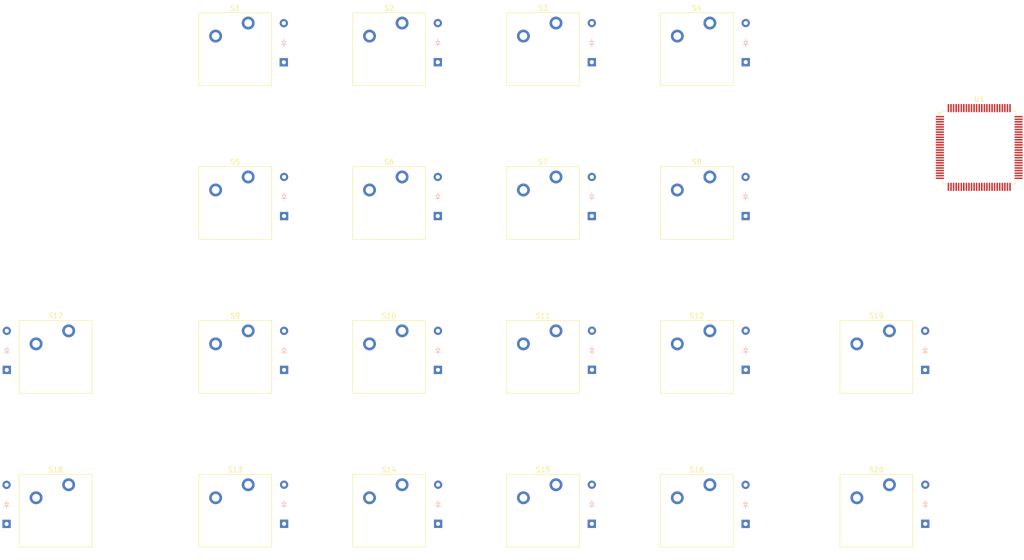
<source format=kicad_pcb>
(kicad_pcb (version 20240108) (generator "pcbnew") (generator_version "8.0")
  (layers (0 "F.Cu" signal) (31 "B.Cu" signal) (34 "B.Paste" user) (35 "F.Paste" user) (36 "B.SilkS" user "B.Silkscreen") (37 "F.SilkS" user "F.Silkscreen") (38 "B.Mask" user) (39 "F.Mask" user) (44 "Edge.Cuts" user))
  (net 0 "")
  (net 1 "Net-(D1-A)")
  (net 2 "Row 1")
  (net 3 "Net-(D2-A)")
  (net 4 "Net-(D3-A)")
  (net 5 "Net-(D4-A)")
  (net 6 "Row 2")
  (net 7 "Net-(D5-A)")
  (net 8 "Net-(D6-A)")
  (net 9 "Net-(D7-A)")
  (net 10 "Net-(D8-A)")
  (net 11 "Net-(D9-A)")
  (net 12 "Row 3")
  (net 13 "Net-(D10-A)")
  (net 14 "Net-(D11-A)")
  (net 15 "Net-(D12-A)")
  (net 16 "Row 4")
  (net 17 "Net-(D13-A)")
  (net 18 "Net-(D14-A)")
  (net 19 "Net-(D15-A)")
  (net 20 "Net-(D16-A)")
  (net 21 "Col 1")
  (net 22 "Net-(D17-A)")
  (net 23 "Net-(D18-A)")
  (net 24 "Net-(D19-A)")
  (net 25 "Net-(D20-A)")
  (net 26 "Net-(S1-Pad1)")
  (net 27 "Net-(S10-Pad1)")
  (net 28 "Net-(S11-Pad1)")
  (net 29 "Net-(S12-Pad1)")
  (net 70 "Net-(U1-VSS-Pad10)")
  (footprint "Package_QFP:LQFP-100_14x14mm_P0.5mm" (layer "F.Cu") (at 245.7492 67.6122)
    (property "Reference" "U1" (at 0 -9.42 0) (layer "F.SilkS"))
    (property "Value" "STM32H753VITx")
    (fp_line (start -7.11 -7.11) (end -7.11 -6.41) (stroke (width 0.12)) (layer "F.SilkS"))
    (fp_line (start -7.11 7.11) (end -7.11 6.41) (stroke (width 0.12)) (layer "F.SilkS"))
    (fp_line (start -6.41 -7.11) (end -7.11 -7.11) (stroke (width 0.12)) (layer "F.SilkS"))
    (fp_line (start -6.41 7.11) (end -7.11 7.11) (stroke (width 0.12)) (layer "F.SilkS"))
    (fp_line (start 6.41 -7.11) (end 7.11 -7.11) (stroke (width 0.12)) (layer "F.SilkS"))
    (fp_line (start 6.41 7.11) (end 7.11 7.11) (stroke (width 0.12)) (layer "F.SilkS"))
    (fp_line (start 7.11 -7.11) (end 7.11 -6.41) (stroke (width 0.12)) (layer "F.SilkS"))
    (fp_line (start 7.11 7.11) (end 7.11 6.41) (stroke (width 0.12)) (layer "F.SilkS"))
    (fp_poly (pts (xy -7.7375 -6.41) (xy -8.0775 -6.88) (xy -7.3975 -6.88) (xy -7.7375 -6.41)) (stroke (width 0.12)) (fill solid) (layer "F.SilkS"))
    (pad "1" smd roundrect (at -7.675 -6) (size 1.6 0.3) (layers "F.Cu" "F.Paste" "F.Mask"))
    (pad "2" smd roundrect (at -7.675 -5.5) (size 1.6 0.3) (layers "F.Cu" "F.Paste" "F.Mask"))
    (pad "3" smd roundrect (at -7.675 -5) (size 1.6 0.3) (layers "F.Cu" "F.Paste" "F.Mask"))
    (pad "4" smd roundrect (at -7.675 -4.5) (size 1.6 0.3) (layers "F.Cu" "F.Paste" "F.Mask"))
    (pad "5" smd roundrect (at -7.675 -4) (size 1.6 0.3) (layers "F.Cu" "F.Paste" "F.Mask"))
    (pad "6" smd roundrect (at -7.675 -3.5) (size 1.6 0.3) (layers "F.Cu" "F.Paste" "F.Mask"))
    (pad "7" smd roundrect (at -7.675 -3) (size 1.6 0.3) (layers "F.Cu" "F.Paste" "F.Mask"))
    (pad "8" smd roundrect (at -7.675 -2.5) (size 1.6 0.3) (layers "F.Cu" "F.Paste" "F.Mask"))
    (pad "9" smd roundrect (at -7.675 -2) (size 1.6 0.3) (layers "F.Cu" "F.Paste" "F.Mask"))
    (pad "10" smd roundrect (at -7.675 -1.5) (size 1.6 0.3) (layers "F.Cu" "F.Paste" "F.Mask") (net 70 "Net-(U1-VSS-Pad10)"))
    (pad "11" smd roundrect (at -7.675 -1) (size 1.6 0.3) (layers "F.Cu" "F.Paste" "F.Mask"))
    (pad "12" smd roundrect (at -7.675 -0.5) (size 1.6 0.3) (layers "F.Cu" "F.Paste" "F.Mask"))
    (pad "13" smd roundrect (at -7.675 0) (size 1.6 0.3) (layers "F.Cu" "F.Paste" "F.Mask"))
    (pad "14" smd roundrect (at -7.675 0.5) (size 1.6 0.3) (layers "F.Cu" "F.Paste" "F.Mask"))
    (pad "15" smd roundrect (at -7.675 1) (size 1.6 0.3) (layers "F.Cu" "F.Paste" "F.Mask"))
    (pad "16" smd roundrect (at -7.675 1.5) (size 1.6 0.3) (layers "F.Cu" "F.Paste" "F.Mask"))
    (pad "17" smd roundrect (at -7.675 2) (size 1.6 0.3) (layers "F.Cu" "F.Paste" "F.Mask"))
    (pad "18" smd roundrect (at -7.675 2.5) (size 1.6 0.3) (layers "F.Cu" "F.Paste" "F.Mask"))
    (pad "19" smd roundrect (at -7.675 3) (size 1.6 0.3) (layers "F.Cu" "F.Paste" "F.Mask"))
    (pad "20" smd roundrect (at -7.675 3.5) (size 1.6 0.3) (layers "F.Cu" "F.Paste" "F.Mask"))
    (pad "21" smd roundrect (at -7.675 4) (size 1.6 0.3) (layers "F.Cu" "F.Paste" "F.Mask"))
    (pad "22" smd roundrect (at -7.675 4.5) (size 1.6 0.3) (layers "F.Cu" "F.Paste" "F.Mask"))
    (pad "23" smd roundrect (at -7.675 5) (size 1.6 0.3) (layers "F.Cu" "F.Paste" "F.Mask"))
    (pad "24" smd roundrect (at -7.675 5.5) (size 1.6 0.3) (layers "F.Cu" "F.Paste" "F.Mask"))
    (pad "25" smd roundrect (at -7.675 6) (size 1.6 0.3) (layers "F.Cu" "F.Paste" "F.Mask"))
    (pad "26" smd roundrect (at -6 7.675) (size 0.3 1.6) (layers "F.Cu" "F.Paste" "F.Mask") (net 70 "Net-(U1-VSS-Pad10)"))
    (pad "27" smd roundrect (at -5.5 7.675) (size 0.3 1.6) (layers "F.Cu" "F.Paste" "F.Mask"))
    (pad "28" smd roundrect (at -5 7.675) (size 0.3 1.6) (layers "F.Cu" "F.Paste" "F.Mask"))
    (pad "29" smd roundrect (at -4.5 7.675) (size 0.3 1.6) (layers "F.Cu" "F.Paste" "F.Mask"))
    (pad "30" smd roundrect (at -4 7.675) (size 0.3 1.6) (layers "F.Cu" "F.Paste" "F.Mask"))
    (pad "31" smd roundrect (at -3.5 7.675) (size 0.3 1.6) (layers "F.Cu" "F.Paste" "F.Mask"))
    (pad "32" smd roundrect (at -3 7.675) (size 0.3 1.6) (layers "F.Cu" "F.Paste" "F.Mask"))
    (pad "33" smd roundrect (at -2.5 7.675) (size 0.3 1.6) (layers "F.Cu" "F.Paste" "F.Mask"))
    (pad "34" smd roundrect (at -2 7.675) (size 0.3 1.6) (layers "F.Cu" "F.Paste" "F.Mask") (net 21 "Col 1"))
    (pad "35" smd roundrect (at -1.5 7.675) (size 0.3 1.6) (layers "F.Cu" "F.Paste" "F.Mask") (net 16 "Row 4"))
    (pad "36" smd roundrect (at -1 7.675) (size 0.3 1.6) (layers "F.Cu" "F.Paste" "F.Mask") (net 12 "Row 3"))
    (pad "37" smd roundrect (at -0.5 7.675) (size 0.3 1.6) (layers "F.Cu" "F.Paste" "F.Mask"))
    (pad "38" smd roundrect (at 0 7.675) (size 0.3 1.6) (layers "F.Cu" "F.Paste" "F.Mask"))
    (pad "39" smd roundrect (at 0.5 7.675) (size 0.3 1.6) (layers "F.Cu" "F.Paste" "F.Mask"))
    (pad "40" smd roundrect (at 1 7.675) (size 0.3 1.6) (layers "F.Cu" "F.Paste" "F.Mask"))
    (pad "41" smd roundrect (at 1.5 7.675) (size 0.3 1.6) (layers "F.Cu" "F.Paste" "F.Mask"))
    (pad "42" smd roundrect (at 2 7.675) (size 0.3 1.6) (layers "F.Cu" "F.Paste" "F.Mask"))
    (pad "43" smd roundrect (at 2.5 7.675) (size 0.3 1.6) (layers "F.Cu" "F.Paste" "F.Mask"))
    (pad "44" smd roundrect (at 3 7.675) (size 0.3 1.6) (layers "F.Cu" "F.Paste" "F.Mask"))
    (pad "45" smd roundrect (at 3.5 7.675) (size 0.3 1.6) (layers "F.Cu" "F.Paste" "F.Mask"))
    (pad "46" smd roundrect (at 4 7.675) (size 0.3 1.6) (layers "F.Cu" "F.Paste" "F.Mask"))
    (pad "47" smd roundrect (at 4.5 7.675) (size 0.3 1.6) (layers "F.Cu" "F.Paste" "F.Mask"))
    (pad "48" smd roundrect (at 5 7.675) (size 0.3 1.6) (layers "F.Cu" "F.Paste" "F.Mask"))
    (pad "49" smd roundrect (at 5.5 7.675) (size 0.3 1.6) (layers "F.Cu" "F.Paste" "F.Mask") (net 70 "Net-(U1-VSS-Pad10)"))
    (pad "50" smd roundrect (at 6 7.675) (size 0.3 1.6) (layers "F.Cu" "F.Paste" "F.Mask"))
    (pad "51" smd roundrect (at 7.675 6) (size 1.6 0.3) (layers "F.Cu" "F.Paste" "F.Mask"))
    (pad "52" smd roundrect (at 7.675 5.5) (size 1.6 0.3) (layers "F.Cu" "F.Paste" "F.Mask"))
    (pad "53" smd roundrect (at 7.675 5) (size 1.6 0.3) (layers "F.Cu" "F.Paste" "F.Mask"))
    (pad "54" smd roundrect (at 7.675 4.5) (size 1.6 0.3) (layers "F.Cu" "F.Paste" "F.Mask"))
    (pad "55" smd roundrect (at 7.675 4) (size 1.6 0.3) (layers "F.Cu" "F.Paste" "F.Mask"))
    (pad "56" smd roundrect (at 7.675 3.5) (size 1.6 0.3) (layers "F.Cu" "F.Paste" "F.Mask"))
    (pad "57" smd roundrect (at 7.675 3) (size 1.6 0.3) (layers "F.Cu" "F.Paste" "F.Mask"))
    (pad "58" smd roundrect (at 7.675 2.5) (size 1.6 0.3) (layers "F.Cu" "F.Paste" "F.Mask"))
    (pad "59" smd roundrect (at 7.675 2) (size 1.6 0.3) (layers "F.Cu" "F.Paste" "F.Mask"))
    (pad "60" smd roundrect (at 7.675 1.5) (size 1.6 0.3) (layers "F.Cu" "F.Paste" "F.Mask"))
    (pad "61" smd roundrect (at 7.675 1) (size 1.6 0.3) (layers "F.Cu" "F.Paste" "F.Mask"))
    (pad "62" smd roundrect (at 7.675 0.5) (size 1.6 0.3) (layers "F.Cu" "F.Paste" "F.Mask"))
    (pad "63" smd roundrect (at 7.675 0) (size 1.6 0.3) (layers "F.Cu" "F.Paste" "F.Mask"))
    (pad "64" smd roundrect (at 7.675 -0.5) (size 1.6 0.3) (layers "F.Cu" "F.Paste" "F.Mask"))
    (pad "65" smd roundrect (at 7.675 -1) (size 1.6 0.3) (layers "F.Cu" "F.Paste" "F.Mask"))
    (pad "66" smd roundrect (at 7.675 -1.5) (size 1.6 0.3) (layers "F.Cu" "F.Paste" "F.Mask"))
    (pad "67" smd roundrect (at 7.675 -2) (size 1.6 0.3) (layers "F.Cu" "F.Paste" "F.Mask"))
    (pad "68" smd roundrect (at 7.675 -2.5) (size 1.6 0.3) (layers "F.Cu" "F.Paste" "F.Mask"))
    (pad "69" smd roundrect (at 7.675 -3) (size 1.6 0.3) (layers "F.Cu" "F.Paste" "F.Mask"))
    (pad "70" smd roundrect (at 7.675 -3.5) (size 1.6 0.3) (layers "F.Cu" "F.Paste" "F.Mask"))
    (pad "71" smd roundrect (at 7.675 -4) (size 1.6 0.3) (layers "F.Cu" "F.Paste" "F.Mask"))
    (pad "72" smd roundrect (at 7.675 -4.5) (size 1.6 0.3) (layers "F.Cu" "F.Paste" "F.Mask"))
    (pad "73" smd roundrect (at 7.675 -5) (size 1.6 0.3) (layers "F.Cu" "F.Paste" "F.Mask"))
    (pad "74" smd roundrect (at 7.675 -5.5) (size 1.6 0.3) (layers "F.Cu" "F.Paste" "F.Mask") (net 70 "Net-(U1-VSS-Pad10)"))
    (pad "75" smd roundrect (at 7.675 -6) (size 1.6 0.3) (layers "F.Cu" "F.Paste" "F.Mask"))
    (pad "76" smd roundrect (at 6 -7.675) (size 0.3 1.6) (layers "F.Cu" "F.Paste" "F.Mask"))
    (pad "77" smd roundrect (at 5.5 -7.675) (size 0.3 1.6) (layers "F.Cu" "F.Paste" "F.Mask"))
    (pad "78" smd roundrect (at 5 -7.675) (size 0.3 1.6) (layers "F.Cu" "F.Paste" "F.Mask"))
    (pad "79" smd roundrect (at 4.5 -7.675) (size 0.3 1.6) (layers "F.Cu" "F.Paste" "F.Mask"))
    (pad "80" smd roundrect (at 4 -7.675) (size 0.3 1.6) (layers "F.Cu" "F.Paste" "F.Mask"))
    (pad "81" smd roundrect (at 3.5 -7.675) (size 0.3 1.6) (layers "F.Cu" "F.Paste" "F.Mask"))
    (pad "82" smd roundrect (at 3 -7.675) (size 0.3 1.6) (layers "F.Cu" "F.Paste" "F.Mask"))
    (pad "83" smd roundrect (at 2.5 -7.675) (size 0.3 1.6) (layers "F.Cu" "F.Paste" "F.Mask"))
    (pad "84" smd roundrect (at 2 -7.675) (size 0.3 1.6) (layers "F.Cu" "F.Paste" "F.Mask"))
    (pad "85" smd roundrect (at 1.5 -7.675) (size 0.3 1.6) (layers "F.Cu" "F.Paste" "F.Mask"))
    (pad "86" smd roundrect (at 1 -7.675) (size 0.3 1.6) (layers "F.Cu" "F.Paste" "F.Mask"))
    (pad "87" smd roundrect (at 0.5 -7.675) (size 0.3 1.6) (layers "F.Cu" "F.Paste" "F.Mask"))
    (pad "88" smd roundrect (at 0 -7.675) (size 0.3 1.6) (layers "F.Cu" "F.Paste" "F.Mask"))
    (pad "89" smd roundrect (at -0.5 -7.675) (size 0.3 1.6) (layers "F.Cu" "F.Paste" "F.Mask") (net 6 "Row 2"))
    (pad "90" smd roundrect (at -1 -7.675) (size 0.3 1.6) (layers "F.Cu" "F.Paste" "F.Mask") (net 2 "Row 1"))
    (pad "91" smd roundrect (at -1.5 -7.675) (size 0.3 1.6) (layers "F.Cu" "F.Paste" "F.Mask") (net 21 "Col 1"))
    (pad "92" smd roundrect (at -2 -7.675) (size 0.3 1.6) (layers "F.Cu" "F.Paste" "F.Mask") (net 21 "Col 1"))
    (pad "93" smd roundrect (at -2.5 -7.675) (size 0.3 1.6) (layers "F.Cu" "F.Paste" "F.Mask") (net 21 "Col 1"))
    (pad "94" smd roundrect (at -3 -7.675) (size 0.3 1.6) (layers "F.Cu" "F.Paste" "F.Mask"))
    (pad "95" smd roundrect (at -3.5 -7.675) (size 0.3 1.6) (layers "F.Cu" "F.Paste" "F.Mask") (net 21 "Col 1"))
    (pad "96" smd roundrect (at -4 -7.675) (size 0.3 1.6) (layers "F.Cu" "F.Paste" "F.Mask"))
    (pad "97" smd roundrect (at -4.5 -7.675) (size 0.3 1.6) (layers "F.Cu" "F.Paste" "F.Mask"))
    (pad "98" smd roundrect (at -5 -7.675) (size 0.3 1.6) (layers "F.Cu" "F.Paste" "F.Mask"))
    (pad "99" smd roundrect (at -5.5 -7.675) (size 0.3 1.6) (layers "F.Cu" "F.Paste" "F.Mask") (net 70 "Net-(U1-VSS-Pad10)"))
    (pad "100" smd roundrect (at -6 -7.675) (size 0.3 1.6) (layers "F.Cu" "F.Paste" "F.Mask"))
  )
  (footprint "ScottoKeebs_MX:MX_PCB_1.00u" (layer "F.Cu") (at 100.7032 48.4378)
    (property "Reference" "S1" (at 0 -8 0) (layer "F.SilkS"))
    (property "Value" "Keyswitch")
    (fp_line (start -7.1 -7.1) (end -7.1 7.1) (stroke (width 0.12)) (layer "F.SilkS"))
    (fp_line (start -7.1 7.1) (end 7.1 7.1) (stroke (width 0.12)) (layer "F.SilkS"))
    (fp_line (start 7.1 -7.1) (end -7.1 -7.1) (stroke (width 0.12)) (layer "F.SilkS"))
    (fp_line (start 7.1 7.1) (end 7.1 -7.1) (stroke (width 0.12)) (layer "F.SilkS"))
    (pad "" np_thru_hole circle (at -5.08 0) (size 1.75 1.75) (drill 1.75) (layers "*.Cu" "*.Mask"))
    (pad "" np_thru_hole circle (at 0 0) (size 4 4) (drill 4) (layers "*.Cu" "*.Mask"))
    (pad "" np_thru_hole circle (at 5.08 0) (size 1.75 1.75) (drill 1.75) (layers "*.Cu" "*.Mask"))
    (pad "1" thru_hole circle (at -3.81 -2.54) (size 2.5 2.5) (drill 1.5) (layers "*.Cu" "*.Mask") (net 26 "Net-(S1-Pad1)"))
    (pad "2" thru_hole circle (at 2.54 -5.08) (size 2.5 2.5) (drill 1.5) (layers "*.Cu" "*.Mask") (net 1 "Net-(D1-A)"))
  )
  (footprint "ScottoKeebs_MX:MX_PCB_1.00u" (layer "F.Cu") (at 190.7032 138.4378)
    (property "Reference" "S16" (at 0 -8 0) (layer "F.SilkS"))
    (property "Value" "Keyswitch")
    (fp_line (start -7.1 -7.1) (end -7.1 7.1) (stroke (width 0.12)) (layer "F.SilkS"))
    (fp_line (start -7.1 7.1) (end 7.1 7.1) (stroke (width 0.12)) (layer "F.SilkS"))
    (fp_line (start 7.1 -7.1) (end -7.1 -7.1) (stroke (width 0.12)) (layer "F.SilkS"))
    (fp_line (start 7.1 7.1) (end 7.1 -7.1) (stroke (width 0.12)) (layer "F.SilkS"))
    (pad "" np_thru_hole circle (at -5.08 0) (size 1.75 1.75) (drill 1.75) (layers "*.Cu" "*.Mask"))
    (pad "" np_thru_hole circle (at 0 0) (size 4 4) (drill 4) (layers "*.Cu" "*.Mask"))
    (pad "" np_thru_hole circle (at 5.08 0) (size 1.75 1.75) (drill 1.75) (layers "*.Cu" "*.Mask"))
    (pad "1" thru_hole circle (at -3.81 -2.54) (size 2.5 2.5) (drill 1.5) (layers "*.Cu" "*.Mask") (net 29 "Net-(S12-Pad1)"))
    (pad "2" thru_hole circle (at 2.54 -5.08) (size 2.5 2.5) (drill 1.5) (layers "*.Cu" "*.Mask") (net 20 "Net-(D16-A)"))
  )
  (footprint "ScottoKeebs_MX:MX_PCB_1.00u" (layer "F.Cu") (at 190.7032 48.4378)
    (property "Reference" "S4" (at 0 -8 0) (layer "F.SilkS"))
    (property "Value" "Keyswitch")
    (fp_line (start -7.1 -7.1) (end -7.1 7.1) (stroke (width 0.12)) (layer "F.SilkS"))
    (fp_line (start -7.1 7.1) (end 7.1 7.1) (stroke (width 0.12)) (layer "F.SilkS"))
    (fp_line (start 7.1 -7.1) (end -7.1 -7.1) (stroke (width 0.12)) (layer "F.SilkS"))
    (fp_line (start 7.1 7.1) (end 7.1 -7.1) (stroke (width 0.12)) (layer "F.SilkS"))
    (pad "" np_thru_hole circle (at -5.08 0) (size 1.75 1.75) (drill 1.75) (layers "*.Cu" "*.Mask"))
    (pad "" np_thru_hole circle (at 0 0) (size 4 4) (drill 4) (layers "*.Cu" "*.Mask"))
    (pad "" np_thru_hole circle (at 5.08 0) (size 1.75 1.75) (drill 1.75) (layers "*.Cu" "*.Mask"))
    (pad "1" thru_hole circle (at -3.81 -2.54) (size 2.5 2.5) (drill 1.5) (layers "*.Cu" "*.Mask") (net 29 "Net-(S12-Pad1)"))
    (pad "2" thru_hole circle (at 2.54 -5.08) (size 2.5 2.5) (drill 1.5) (layers "*.Cu" "*.Mask") (net 5 "Net-(D4-A)"))
  )
  (footprint "ScottoKeebs_MX:MX_PCB_1.00u" (layer "F.Cu") (at 130.7032 78.4378)
    (property "Reference" "S6" (at 0 -8 0) (layer "F.SilkS"))
    (property "Value" "Keyswitch")
    (fp_line (start -7.1 -7.1) (end -7.1 7.1) (stroke (width 0.12)) (layer "F.SilkS"))
    (fp_line (start -7.1 7.1) (end 7.1 7.1) (stroke (width 0.12)) (layer "F.SilkS"))
    (fp_line (start 7.1 -7.1) (end -7.1 -7.1) (stroke (width 0.12)) (layer "F.SilkS"))
    (fp_line (start 7.1 7.1) (end 7.1 -7.1) (stroke (width 0.12)) (layer "F.SilkS"))
    (pad "" np_thru_hole circle (at -5.08 0) (size 1.75 1.75) (drill 1.75) (layers "*.Cu" "*.Mask"))
    (pad "" np_thru_hole circle (at 0 0) (size 4 4) (drill 4) (layers "*.Cu" "*.Mask"))
    (pad "" np_thru_hole circle (at 5.08 0) (size 1.75 1.75) (drill 1.75) (layers "*.Cu" "*.Mask"))
    (pad "1" thru_hole circle (at -3.81 -2.54) (size 2.5 2.5) (drill 1.5) (layers "*.Cu" "*.Mask") (net 27 "Net-(S10-Pad1)"))
    (pad "2" thru_hole circle (at 2.54 -5.08) (size 2.5 2.5) (drill 1.5) (layers "*.Cu" "*.Mask") (net 8 "Net-(D6-A)"))
  )
  (footprint "ScottoKeebs_MX:MX_PCB_1.00u" (layer "F.Cu") (at 100.7032 78.4378)
    (property "Reference" "S5" (at 0 -8 0) (layer "F.SilkS"))
    (property "Value" "Keyswitch")
    (fp_line (start -7.1 -7.1) (end -7.1 7.1) (stroke (width 0.12)) (layer "F.SilkS"))
    (fp_line (start -7.1 7.1) (end 7.1 7.1) (stroke (width 0.12)) (layer "F.SilkS"))
    (fp_line (start 7.1 -7.1) (end -7.1 -7.1) (stroke (width 0.12)) (layer "F.SilkS"))
    (fp_line (start 7.1 7.1) (end 7.1 -7.1) (stroke (width 0.12)) (layer "F.SilkS"))
    (pad "" np_thru_hole circle (at -5.08 0) (size 1.75 1.75) (drill 1.75) (layers "*.Cu" "*.Mask"))
    (pad "" np_thru_hole circle (at 0 0) (size 4 4) (drill 4) (layers "*.Cu" "*.Mask"))
    (pad "" np_thru_hole circle (at 5.08 0) (size 1.75 1.75) (drill 1.75) (layers "*.Cu" "*.Mask"))
    (pad "1" thru_hole circle (at -3.81 -2.54) (size 2.5 2.5) (drill 1.5) (layers "*.Cu" "*.Mask") (net 26 "Net-(S1-Pad1)"))
    (pad "2" thru_hole circle (at 2.54 -5.08) (size 2.5 2.5) (drill 1.5) (layers "*.Cu" "*.Mask") (net 7 "Net-(D5-A)"))
  )
  (footprint "ScottoKeebs_MX:MX_PCB_1.00u" (layer "F.Cu") (at 65.7032 108.4378)
    (property "Reference" "S17" (at 0 -8 0) (layer "F.SilkS"))
    (property "Value" "Keyswitch")
    (fp_line (start -7.1 -7.1) (end -7.1 7.1) (stroke (width 0.12)) (layer "F.SilkS"))
    (fp_line (start -7.1 7.1) (end 7.1 7.1) (stroke (width 0.12)) (layer "F.SilkS"))
    (fp_line (start 7.1 -7.1) (end -7.1 -7.1) (stroke (width 0.12)) (layer "F.SilkS"))
    (fp_line (start 7.1 7.1) (end 7.1 -7.1) (stroke (width 0.12)) (layer "F.SilkS"))
    (pad "" np_thru_hole circle (at -5.08 0) (size 1.75 1.75) (drill 1.75) (layers "*.Cu" "*.Mask"))
    (pad "" np_thru_hole circle (at 0 0) (size 4 4) (drill 4) (layers "*.Cu" "*.Mask"))
    (pad "" np_thru_hole circle (at 5.08 0) (size 1.75 1.75) (drill 1.75) (layers "*.Cu" "*.Mask"))
    (pad "1" thru_hole circle (at -3.81 -2.54) (size 2.5 2.5) (drill 1.5) (layers "*.Cu" "*.Mask") (net 26 "Net-(S1-Pad1)"))
    (pad "2" thru_hole circle (at 2.54 -5.08) (size 2.5 2.5) (drill 1.5) (layers "*.Cu" "*.Mask") (net 22 "Net-(D17-A)"))
  )
  (footprint "ScottoKeebs_MX:MX_PCB_1.00u" (layer "F.Cu") (at 190.7032 78.4378)
    (property "Reference" "S8" (at 0 -8 0) (layer "F.SilkS"))
    (property "Value" "Keyswitch")
    (fp_line (start -7.1 -7.1) (end -7.1 7.1) (stroke (width 0.12)) (layer "F.SilkS"))
    (fp_line (start -7.1 7.1) (end 7.1 7.1) (stroke (width 0.12)) (layer "F.SilkS"))
    (fp_line (start 7.1 -7.1) (end -7.1 -7.1) (stroke (width 0.12)) (layer "F.SilkS"))
    (fp_line (start 7.1 7.1) (end 7.1 -7.1) (stroke (width 0.12)) (layer "F.SilkS"))
    (pad "" np_thru_hole circle (at -5.08 0) (size 1.75 1.75) (drill 1.75) (layers "*.Cu" "*.Mask"))
    (pad "" np_thru_hole circle (at 0 0) (size 4 4) (drill 4) (layers "*.Cu" "*.Mask"))
    (pad "" np_thru_hole circle (at 5.08 0) (size 1.75 1.75) (drill 1.75) (layers "*.Cu" "*.Mask"))
    (pad "1" thru_hole circle (at -3.81 -2.54) (size 2.5 2.5) (drill 1.5) (layers "*.Cu" "*.Mask") (net 29 "Net-(S12-Pad1)"))
    (pad "2" thru_hole circle (at 2.54 -5.08) (size 2.5 2.5) (drill 1.5) (layers "*.Cu" "*.Mask") (net 10 "Net-(D8-A)"))
  )
  (footprint "ScottoKeebs_MX:MX_PCB_1.00u" (layer "F.Cu") (at 130.7032 48.4378)
    (property "Reference" "S2" (at 0 -8 0) (layer "F.SilkS"))
    (property "Value" "Keyswitch")
    (fp_line (start -7.1 -7.1) (end -7.1 7.1) (stroke (width 0.12)) (layer "F.SilkS"))
    (fp_line (start -7.1 7.1) (end 7.1 7.1) (stroke (width 0.12)) (layer "F.SilkS"))
    (fp_line (start 7.1 -7.1) (end -7.1 -7.1) (stroke (width 0.12)) (layer "F.SilkS"))
    (fp_line (start 7.1 7.1) (end 7.1 -7.1) (stroke (width 0.12)) (layer "F.SilkS"))
    (pad "" np_thru_hole circle (at -5.08 0) (size 1.75 1.75) (drill 1.75) (layers "*.Cu" "*.Mask"))
    (pad "" np_thru_hole circle (at 0 0) (size 4 4) (drill 4) (layers "*.Cu" "*.Mask"))
    (pad "" np_thru_hole circle (at 5.08 0) (size 1.75 1.75) (drill 1.75) (layers "*.Cu" "*.Mask"))
    (pad "1" thru_hole circle (at -3.81 -2.54) (size 2.5 2.5) (drill 1.5) (layers "*.Cu" "*.Mask") (net 27 "Net-(S10-Pad1)"))
    (pad "2" thru_hole circle (at 2.54 -5.08) (size 2.5 2.5) (drill 1.5) (layers "*.Cu" "*.Mask") (net 3 "Net-(D2-A)"))
  )
  (footprint "ScottoKeebs_MX:MX_PCB_1.00u" (layer "F.Cu") (at 160.7032 108.4378)
    (property "Reference" "S11" (at 0 -8 0) (layer "F.SilkS"))
    (property "Value" "Keyswitch")
    (fp_line (start -7.1 -7.1) (end -7.1 7.1) (stroke (width 0.12)) (layer "F.SilkS"))
    (fp_line (start -7.1 7.1) (end 7.1 7.1) (stroke (width 0.12)) (layer "F.SilkS"))
    (fp_line (start 7.1 -7.1) (end -7.1 -7.1) (stroke (width 0.12)) (layer "F.SilkS"))
    (fp_line (start 7.1 7.1) (end 7.1 -7.1) (stroke (width 0.12)) (layer "F.SilkS"))
    (pad "" np_thru_hole circle (at -5.08 0) (size 1.75 1.75) (drill 1.75) (layers "*.Cu" "*.Mask"))
    (pad "" np_thru_hole circle (at 0 0) (size 4 4) (drill 4) (layers "*.Cu" "*.Mask"))
    (pad "" np_thru_hole circle (at 5.08 0) (size 1.75 1.75) (drill 1.75) (layers "*.Cu" "*.Mask"))
    (pad "1" thru_hole circle (at -3.81 -2.54) (size 2.5 2.5) (drill 1.5) (layers "*.Cu" "*.Mask") (net 28 "Net-(S11-Pad1)"))
    (pad "2" thru_hole circle (at 2.54 -5.08) (size 2.5 2.5) (drill 1.5) (layers "*.Cu" "*.Mask") (net 14 "Net-(D11-A)"))
  )
  (footprint "ScottoKeebs_MX:MX_PCB_1.00u" (layer "F.Cu") (at 190.7032 108.4378)
    (property "Reference" "S12" (at 0 -8 0) (layer "F.SilkS"))
    (property "Value" "Keyswitch")
    (fp_line (start -7.1 -7.1) (end -7.1 7.1) (stroke (width 0.12)) (layer "F.SilkS"))
    (fp_line (start -7.1 7.1) (end 7.1 7.1) (stroke (width 0.12)) (layer "F.SilkS"))
    (fp_line (start 7.1 -7.1) (end -7.1 -7.1) (stroke (width 0.12)) (layer "F.SilkS"))
    (fp_line (start 7.1 7.1) (end 7.1 -7.1) (stroke (width 0.12)) (layer "F.SilkS"))
    (pad "" np_thru_hole circle (at -5.08 0) (size 1.75 1.75) (drill 1.75) (layers "*.Cu" "*.Mask"))
    (pad "" np_thru_hole circle (at 0 0) (size 4 4) (drill 4) (layers "*.Cu" "*.Mask"))
    (pad "" np_thru_hole circle (at 5.08 0) (size 1.75 1.75) (drill 1.75) (layers "*.Cu" "*.Mask"))
    (pad "1" thru_hole circle (at -3.81 -2.54) (size 2.5 2.5) (drill 1.5) (layers "*.Cu" "*.Mask") (net 29 "Net-(S12-Pad1)"))
    (pad "2" thru_hole circle (at 2.54 -5.08) (size 2.5 2.5) (drill 1.5) (layers "*.Cu" "*.Mask") (net 15 "Net-(D12-A)"))
  )
  (footprint "ScottoKeebs_MX:MX_PCB_1.00u" (layer "F.Cu") (at 65.7032 138.4378)
    (property "Reference" "S18" (at 0 -8 0) (layer "F.SilkS"))
    (property "Value" "Keyswitch")
    (fp_line (start -7.1 -7.1) (end -7.1 7.1) (stroke (width 0.12)) (layer "F.SilkS"))
    (fp_line (start -7.1 7.1) (end 7.1 7.1) (stroke (width 0.12)) (layer "F.SilkS"))
    (fp_line (start 7.1 -7.1) (end -7.1 -7.1) (stroke (width 0.12)) (layer "F.SilkS"))
    (fp_line (start 7.1 7.1) (end 7.1 -7.1) (stroke (width 0.12)) (layer "F.SilkS"))
    (pad "" np_thru_hole circle (at -5.08 0) (size 1.75 1.75) (drill 1.75) (layers "*.Cu" "*.Mask"))
    (pad "" np_thru_hole circle (at 0 0) (size 4 4) (drill 4) (layers "*.Cu" "*.Mask"))
    (pad "" np_thru_hole circle (at 5.08 0) (size 1.75 1.75) (drill 1.75) (layers "*.Cu" "*.Mask"))
    (pad "1" thru_hole circle (at -3.81 -2.54) (size 2.5 2.5) (drill 1.5) (layers "*.Cu" "*.Mask") (net 27 "Net-(S10-Pad1)"))
    (pad "2" thru_hole circle (at 2.54 -5.08) (size 2.5 2.5) (drill 1.5) (layers "*.Cu" "*.Mask") (net 23 "Net-(D18-A)"))
  )
  (footprint "ScottoKeebs_MX:MX_PCB_1.00u" (layer "F.Cu") (at 160.7032 78.4378)
    (property "Reference" "S7" (at 0 -8 0) (layer "F.SilkS"))
    (property "Value" "Keyswitch")
    (fp_line (start -7.1 -7.1) (end -7.1 7.1) (stroke (width 0.12)) (layer "F.SilkS"))
    (fp_line (start -7.1 7.1) (end 7.1 7.1) (stroke (width 0.12)) (layer "F.SilkS"))
    (fp_line (start 7.1 -7.1) (end -7.1 -7.1) (stroke (width 0.12)) (layer "F.SilkS"))
    (fp_line (start 7.1 7.1) (end 7.1 -7.1) (stroke (width 0.12)) (layer "F.SilkS"))
    (pad "" np_thru_hole circle (at -5.08 0) (size 1.75 1.75) (drill 1.75) (layers "*.Cu" "*.Mask"))
    (pad "" np_thru_hole circle (at 0 0) (size 4 4) (drill 4) (layers "*.Cu" "*.Mask"))
    (pad "" np_thru_hole circle (at 5.08 0) (size 1.75 1.75) (drill 1.75) (layers "*.Cu" "*.Mask"))
    (pad "1" thru_hole circle (at -3.81 -2.54) (size 2.5 2.5) (drill 1.5) (layers "*.Cu" "*.Mask") (net 28 "Net-(S11-Pad1)"))
    (pad "2" thru_hole circle (at 2.54 -5.08) (size 2.5 2.5) (drill 1.5) (layers "*.Cu" "*.Mask") (net 9 "Net-(D7-A)"))
  )
  (footprint "ScottoKeebs_MX:MX_PCB_1.00u" (layer "F.Cu") (at 130.7032 138.4378)
    (property "Reference" "S14" (at 0 -8 0) (layer "F.SilkS"))
    (property "Value" "Keyswitch")
    (fp_line (start -7.1 -7.1) (end -7.1 7.1) (stroke (width 0.12)) (layer "F.SilkS"))
    (fp_line (start -7.1 7.1) (end 7.1 7.1) (stroke (width 0.12)) (layer "F.SilkS"))
    (fp_line (start 7.1 -7.1) (end -7.1 -7.1) (stroke (width 0.12)) (layer "F.SilkS"))
    (fp_line (start 7.1 7.1) (end 7.1 -7.1) (stroke (width 0.12)) (layer "F.SilkS"))
    (pad "" np_thru_hole circle (at -5.08 0) (size 1.75 1.75) (drill 1.75) (layers "*.Cu" "*.Mask"))
    (pad "" np_thru_hole circle (at 0 0) (size 4 4) (drill 4) (layers "*.Cu" "*.Mask"))
    (pad "" np_thru_hole circle (at 5.08 0) (size 1.75 1.75) (drill 1.75) (layers "*.Cu" "*.Mask"))
    (pad "1" thru_hole circle (at -3.81 -2.54) (size 2.5 2.5) (drill 1.5) (layers "*.Cu" "*.Mask") (net 27 "Net-(S10-Pad1)"))
    (pad "2" thru_hole circle (at 2.54 -5.08) (size 2.5 2.5) (drill 1.5) (layers "*.Cu" "*.Mask") (net 18 "Net-(D14-A)"))
  )
  (footprint "ScottoKeebs_MX:MX_PCB_1.00u" (layer "F.Cu") (at 160.7032 48.4378)
    (property "Reference" "S3" (at 0 -8 0) (layer "F.SilkS"))
    (property "Value" "Keyswitch")
    (fp_line (start -7.1 -7.1) (end -7.1 7.1) (stroke (width 0.12)) (layer "F.SilkS"))
    (fp_line (start -7.1 7.1) (end 7.1 7.1) (stroke (width 0.12)) (layer "F.SilkS"))
    (fp_line (start 7.1 -7.1) (end -7.1 -7.1) (stroke (width 0.12)) (layer "F.SilkS"))
    (fp_line (start 7.1 7.1) (end 7.1 -7.1) (stroke (width 0.12)) (layer "F.SilkS"))
    (pad "" np_thru_hole circle (at -5.08 0) (size 1.75 1.75) (drill 1.75) (layers "*.Cu" "*.Mask"))
    (pad "" np_thru_hole circle (at 0 0) (size 4 4) (drill 4) (layers "*.Cu" "*.Mask"))
    (pad "" np_thru_hole circle (at 5.08 0) (size 1.75 1.75) (drill 1.75) (layers "*.Cu" "*.Mask"))
    (pad "1" thru_hole circle (at -3.81 -2.54) (size 2.5 2.5) (drill 1.5) (layers "*.Cu" "*.Mask") (net 28 "Net-(S11-Pad1)"))
    (pad "2" thru_hole circle (at 2.54 -5.08) (size 2.5 2.5) (drill 1.5) (layers "*.Cu" "*.Mask") (net 4 "Net-(D3-A)"))
  )
  (footprint "ScottoKeebs_MX:MX_PCB_1.00u" (layer "F.Cu") (at 130.7032 108.4378)
    (property "Reference" "S10" (at 0 -8 0) (layer "F.SilkS"))
    (property "Value" "Keyswitch")
    (fp_line (start -7.1 -7.1) (end -7.1 7.1) (stroke (width 0.12)) (layer "F.SilkS"))
    (fp_line (start -7.1 7.1) (end 7.1 7.1) (stroke (width 0.12)) (layer "F.SilkS"))
    (fp_line (start 7.1 -7.1) (end -7.1 -7.1) (stroke (width 0.12)) (layer "F.SilkS"))
    (fp_line (start 7.1 7.1) (end 7.1 -7.1) (stroke (width 0.12)) (layer "F.SilkS"))
    (pad "" np_thru_hole circle (at -5.08 0) (size 1.75 1.75) (drill 1.75) (layers "*.Cu" "*.Mask"))
    (pad "" np_thru_hole circle (at 0 0) (size 4 4) (drill 4) (layers "*.Cu" "*.Mask"))
    (pad "" np_thru_hole circle (at 5.08 0) (size 1.75 1.75) (drill 1.75) (layers "*.Cu" "*.Mask"))
    (pad "1" thru_hole circle (at -3.81 -2.54) (size 2.5 2.5) (drill 1.5) (layers "*.Cu" "*.Mask") (net 27 "Net-(S10-Pad1)"))
    (pad "2" thru_hole circle (at 2.54 -5.08) (size 2.5 2.5) (drill 1.5) (layers "*.Cu" "*.Mask") (net 13 "Net-(D10-A)"))
  )
  (footprint "ScottoKeebs_MX:MX_PCB_1.00u" (layer "F.Cu") (at 100.7032 138.4378)
    (property "Reference" "S13" (at 0 -8 0) (layer "F.SilkS"))
    (property "Value" "Keyswitch")
    (fp_line (start -7.1 -7.1) (end -7.1 7.1) (stroke (width 0.12)) (layer "F.SilkS"))
    (fp_line (start -7.1 7.1) (end 7.1 7.1) (stroke (width 0.12)) (layer "F.SilkS"))
    (fp_line (start 7.1 -7.1) (end -7.1 -7.1) (stroke (width 0.12)) (layer "F.SilkS"))
    (fp_line (start 7.1 7.1) (end 7.1 -7.1) (stroke (width 0.12)) (layer "F.SilkS"))
    (pad "" np_thru_hole circle (at -5.08 0) (size 1.75 1.75) (drill 1.75) (layers "*.Cu" "*.Mask"))
    (pad "" np_thru_hole circle (at 0 0) (size 4 4) (drill 4) (layers "*.Cu" "*.Mask"))
    (pad "" np_thru_hole circle (at 5.08 0) (size 1.75 1.75) (drill 1.75) (layers "*.Cu" "*.Mask"))
    (pad "1" thru_hole circle (at -3.81 -2.54) (size 2.5 2.5) (drill 1.5) (layers "*.Cu" "*.Mask") (net 26 "Net-(S1-Pad1)"))
    (pad "2" thru_hole circle (at 2.54 -5.08) (size 2.5 2.5) (drill 1.5) (layers "*.Cu" "*.Mask") (net 17 "Net-(D13-A)"))
  )
  (footprint "ScottoKeebs_MX:MX_PCB_1.00u" (layer "F.Cu") (at 225.7032 138.4378)
    (property "Reference" "S20" (at 0 -8 0) (layer "F.SilkS"))
    (property "Value" "Keyswitch")
    (fp_line (start -7.1 -7.1) (end -7.1 7.1) (stroke (width 0.12)) (layer "F.SilkS"))
    (fp_line (start -7.1 7.1) (end 7.1 7.1) (stroke (width 0.12)) (layer "F.SilkS"))
    (fp_line (start 7.1 -7.1) (end -7.1 -7.1) (stroke (width 0.12)) (layer "F.SilkS"))
    (fp_line (start 7.1 7.1) (end 7.1 -7.1) (stroke (width 0.12)) (layer "F.SilkS"))
    (pad "" np_thru_hole circle (at -5.08 0) (size 1.75 1.75) (drill 1.75) (layers "*.Cu" "*.Mask"))
    (pad "" np_thru_hole circle (at 0 0) (size 4 4) (drill 4) (layers "*.Cu" "*.Mask"))
    (pad "" np_thru_hole circle (at 5.08 0) (size 1.75 1.75) (drill 1.75) (layers "*.Cu" "*.Mask"))
    (pad "1" thru_hole circle (at -3.81 -2.54) (size 2.5 2.5) (drill 1.5) (layers "*.Cu" "*.Mask") (net 29 "Net-(S12-Pad1)"))
    (pad "2" thru_hole circle (at 2.54 -5.08) (size 2.5 2.5) (drill 1.5) (layers "*.Cu" "*.Mask") (net 25 "Net-(D20-A)"))
  )
  (footprint "ScottoKeebs_MX:MX_PCB_1.00u" (layer "F.Cu") (at 225.7032 108.4378)
    (property "Reference" "S19" (at 0 -8 0) (layer "F.SilkS"))
    (property "Value" "Keyswitch")
    (fp_line (start -7.1 -7.1) (end -7.1 7.1) (stroke (width 0.12)) (layer "F.SilkS"))
    (fp_line (start -7.1 7.1) (end 7.1 7.1) (stroke (width 0.12)) (layer "F.SilkS"))
    (fp_line (start 7.1 -7.1) (end -7.1 -7.1) (stroke (width 0.12)) (layer "F.SilkS"))
    (fp_line (start 7.1 7.1) (end 7.1 -7.1) (stroke (width 0.12)) (layer "F.SilkS"))
    (pad "" np_thru_hole circle (at -5.08 0) (size 1.75 1.75) (drill 1.75) (layers "*.Cu" "*.Mask"))
    (pad "" np_thru_hole circle (at 0 0) (size 4 4) (drill 4) (layers "*.Cu" "*.Mask"))
    (pad "" np_thru_hole circle (at 5.08 0) (size 1.75 1.75) (drill 1.75) (layers "*.Cu" "*.Mask"))
    (pad "1" thru_hole circle (at -3.81 -2.54) (size 2.5 2.5) (drill 1.5) (layers "*.Cu" "*.Mask") (net 28 "Net-(S11-Pad1)"))
    (pad "2" thru_hole circle (at 2.54 -5.08) (size 2.5 2.5) (drill 1.5) (layers "*.Cu" "*.Mask") (net 24 "Net-(D19-A)"))
  )
  (footprint "ScottoKeebs_MX:MX_PCB_1.00u" (layer "F.Cu") (at 100.7032 108.4378)
    (property "Reference" "S9" (at 0 -8 0) (layer "F.SilkS"))
    (property "Value" "Keyswitch")
    (fp_line (start -7.1 -7.1) (end -7.1 7.1) (stroke (width 0.12)) (layer "F.SilkS"))
    (fp_line (start -7.1 7.1) (end 7.1 7.1) (stroke (width 0.12)) (layer "F.SilkS"))
    (fp_line (start 7.1 -7.1) (end -7.1 -7.1) (stroke (width 0.12)) (layer "F.SilkS"))
    (fp_line (start 7.1 7.1) (end 7.1 -7.1) (stroke (width 0.12)) (layer "F.SilkS"))
    (pad "" np_thru_hole circle (at -5.08 0) (size 1.75 1.75) (drill 1.75) (layers "*.Cu" "*.Mask"))
    (pad "" np_thru_hole circle (at 0 0) (size 4 4) (drill 4) (layers "*.Cu" "*.Mask"))
    (pad "" np_thru_hole circle (at 5.08 0) (size 1.75 1.75) (drill 1.75) (layers "*.Cu" "*.Mask"))
    (pad "1" thru_hole circle (at -3.81 -2.54) (size 2.5 2.5) (drill 1.5) (layers "*.Cu" "*.Mask") (net 26 "Net-(S1-Pad1)"))
    (pad "2" thru_hole circle (at 2.54 -5.08) (size 2.5 2.5) (drill 1.5) (layers "*.Cu" "*.Mask") (net 11 "Net-(D9-A)"))
  )
  (footprint "ScottoKeebs_MX:MX_PCB_1.00u" (layer "F.Cu") (at 160.7032 138.4378)
    (property "Reference" "S15" (at 0 -8 0) (layer "F.SilkS"))
    (property "Value" "Keyswitch")
    (fp_line (start -7.1 -7.1) (end -7.1 7.1) (stroke (width 0.12)) (layer "F.SilkS"))
    (fp_line (start -7.1 7.1) (end 7.1 7.1) (stroke (width 0.12)) (layer "F.SilkS"))
    (fp_line (start 7.1 -7.1) (end -7.1 -7.1) (stroke (width 0.12)) (layer "F.SilkS"))
    (fp_line (start 7.1 7.1) (end 7.1 -7.1) (stroke (width 0.12)) (layer "F.SilkS"))
    (pad "" np_thru_hole circle (at -5.08 0) (size 1.75 1.75) (drill 1.75) (layers "*.Cu" "*.Mask"))
    (pad "" np_thru_hole circle (at 0 0) (size 4 4) (drill 4) (layers "*.Cu" "*.Mask"))
    (pad "" np_thru_hole circle (at 5.08 0) (size 1.75 1.75) (drill 1.75) (layers "*.Cu" "*.Mask"))
    (pad "1" thru_hole circle (at -3.81 -2.54) (size 2.5 2.5) (drill 1.5) (layers "*.Cu" "*.Mask") (net 28 "Net-(S11-Pad1)"))
    (pad "2" thru_hole circle (at 2.54 -5.08) (size 2.5 2.5) (drill 1.5) (layers "*.Cu" "*.Mask") (net 19 "Net-(D15-A)"))
  )
  (footprint "ScottoKeebs_Components:Diode_DO-35" (layer "B.Cu") (at 110.236 110.9752 90)
    (property "Reference" "D9" (hide yes))
    (property "Value" "Diode" (hide yes))
    (fp_line (start 3.46 -0.55) (end 3.46 0.55) (stroke (width 0.1)) (layer "B.SilkS"))
    (fp_line (start 4.06 -0.4) (end 4.06 0.4) (stroke (width 0.1)) (layer "B.SilkS"))
    (fp_line (start 4.56 0) (end 4.06 0) (stroke (width 0.1)) (layer "B.SilkS"))
    (fp_line (start 3.46 0) (end 4.06 -0.4) (stroke (width 0.1)) (layer "B.SilkS"))
    (fp_line (start 3.46 0) (end 3.06 0) (stroke (width 0.1)) (layer "B.SilkS"))
    (fp_line (start 4.06 0.4) (end 3.46 0) (stroke (width 0.1)) (layer "B.SilkS"))
    (pad "1" thru_hole rect (at 0 0 90) (size 1.6 1.6) (drill 0.8) (layers "*.Cu" "*.Mask") (net 12 "Row 3"))
    (pad "2" thru_hole oval (at 7.62 0 90) (size 1.6 1.6) (drill 0.8) (layers "*.Cu" "*.Mask") (net 11 "Net-(D9-A)"))
  )
  (footprint "ScottoKeebs_Components:Diode_DO-35" (layer "B.Cu") (at 140.2334 110.9752 90)
    (property "Reference" "D10" (hide yes))
    (property "Value" "Diode" (hide yes))
    (fp_line (start 3.46 -0.55) (end 3.46 0.55) (stroke (width 0.1)) (layer "B.SilkS"))
    (fp_line (start 4.06 -0.4) (end 4.06 0.4) (stroke (width 0.1)) (layer "B.SilkS"))
    (fp_line (start 4.56 0) (end 4.06 0) (stroke (width 0.1)) (layer "B.SilkS"))
    (fp_line (start 3.46 0) (end 4.06 -0.4) (stroke (width 0.1)) (layer "B.SilkS"))
    (fp_line (start 3.46 0) (end 3.06 0) (stroke (width 0.1)) (layer "B.SilkS"))
    (fp_line (start 4.06 0.4) (end 3.46 0) (stroke (width 0.1)) (layer "B.SilkS"))
    (pad "1" thru_hole rect (at 0 0 90) (size 1.6 1.6) (drill 0.8) (layers "*.Cu" "*.Mask") (net 12 "Row 3"))
    (pad "2" thru_hole oval (at 7.62 0 90) (size 1.6 1.6) (drill 0.8) (layers "*.Cu" "*.Mask") (net 13 "Net-(D10-A)"))
  )
  (footprint "ScottoKeebs_Components:Diode_DO-35" (layer "B.Cu") (at 170.2562 110.9498 90)
    (property "Reference" "D11" (hide yes))
    (property "Value" "Diode" (hide yes))
    (fp_line (start 3.46 -0.55) (end 3.46 0.55) (stroke (width 0.1)) (layer "B.SilkS"))
    (fp_line (start 4.06 -0.4) (end 4.06 0.4) (stroke (width 0.1)) (layer "B.SilkS"))
    (fp_line (start 4.56 0) (end 4.06 0) (stroke (width 0.1)) (layer "B.SilkS"))
    (fp_line (start 3.46 0) (end 4.06 -0.4) (stroke (width 0.1)) (layer "B.SilkS"))
    (fp_line (start 3.46 0) (end 3.06 0) (stroke (width 0.1)) (layer "B.SilkS"))
    (fp_line (start 4.06 0.4) (end 3.46 0) (stroke (width 0.1)) (layer "B.SilkS"))
    (pad "1" thru_hole rect (at 0 0 90) (size 1.6 1.6) (drill 0.8) (layers "*.Cu" "*.Mask") (net 12 "Row 3"))
    (pad "2" thru_hole oval (at 7.62 0 90) (size 1.6 1.6) (drill 0.8) (layers "*.Cu" "*.Mask") (net 14 "Net-(D11-A)"))
  )
  (footprint "ScottoKeebs_Components:Diode_DO-35" (layer "B.Cu") (at 140.2588 140.9726 90)
    (property "Reference" "D14" (hide yes))
    (property "Value" "Diode" (hide yes))
    (fp_line (start 3.46 -0.55) (end 3.46 0.55) (stroke (width 0.1)) (layer "B.SilkS"))
    (fp_line (start 4.06 -0.4) (end 4.06 0.4) (stroke (width 0.1)) (layer "B.SilkS"))
    (fp_line (start 4.56 0) (end 4.06 0) (stroke (width 0.1)) (layer "B.SilkS"))
    (fp_line (start 3.46 0) (end 4.06 -0.4) (stroke (width 0.1)) (layer "B.SilkS"))
    (fp_line (start 3.46 0) (end 3.06 0) (stroke (width 0.1)) (layer "B.SilkS"))
    (fp_line (start 4.06 0.4) (end 3.46 0) (stroke (width 0.1)) (layer "B.SilkS"))
    (pad "1" thru_hole rect (at 0 0 90) (size 1.6 1.6) (drill 0.8) (layers "*.Cu" "*.Mask") (net 16 "Row 4"))
    (pad "2" thru_hole oval (at 7.62 0 90) (size 1.6 1.6) (drill 0.8) (layers "*.Cu" "*.Mask") (net 18 "Net-(D14-A)"))
  )
  (footprint "ScottoKeebs_Components:Diode_DO-35" (layer "B.Cu") (at 200.2282 50.9778 90)
    (property "Reference" "D4" (hide yes))
    (property "Value" "Diode" (hide yes))
    (fp_line (start 3.46 -0.55) (end 3.46 0.55) (stroke (width 0.1)) (layer "B.SilkS"))
    (fp_line (start 4.06 -0.4) (end 4.06 0.4) (stroke (width 0.1)) (layer "B.SilkS"))
    (fp_line (start 4.56 0) (end 4.06 0) (stroke (width 0.1)) (layer "B.SilkS"))
    (fp_line (start 3.46 0) (end 4.06 -0.4) (stroke (width 0.1)) (layer "B.SilkS"))
    (fp_line (start 3.46 0) (end 3.06 0) (stroke (width 0.1)) (layer "B.SilkS"))
    (fp_line (start 4.06 0.4) (end 3.46 0) (stroke (width 0.1)) (layer "B.SilkS"))
    (pad "1" thru_hole rect (at 0 0 90) (size 1.6 1.6) (drill 0.8) (layers "*.Cu" "*.Mask") (net 2 "Row 1"))
    (pad "2" thru_hole oval (at 7.62 0 90) (size 1.6 1.6) (drill 0.8) (layers "*.Cu" "*.Mask") (net 5 "Net-(D4-A)"))
  )
  (footprint "ScottoKeebs_Components:Diode_DO-35" (layer "B.Cu") (at 140.208 50.9804 90)
    (property "Reference" "D2" (hide yes))
    (property "Value" "Diode" (hide yes))
    (fp_line (start 3.46 -0.55) (end 3.46 0.55) (stroke (width 0.1)) (layer "B.SilkS"))
    (fp_line (start 4.06 -0.4) (end 4.06 0.4) (stroke (width 0.1)) (layer "B.SilkS"))
    (fp_line (start 4.56 0) (end 4.06 0) (stroke (width 0.1)) (layer "B.SilkS"))
    (fp_line (start 3.46 0) (end 4.06 -0.4) (stroke (width 0.1)) (layer "B.SilkS"))
    (fp_line (start 3.46 0) (end 3.06 0) (stroke (width 0.1)) (layer "B.SilkS"))
    (fp_line (start 4.06 0.4) (end 3.46 0) (stroke (width 0.1)) (layer "B.SilkS"))
    (pad "1" thru_hole rect (at 0 0 90) (size 1.6 1.6) (drill 0.8) (layers "*.Cu" "*.Mask") (net 2 "Row 1"))
    (pad "2" thru_hole oval (at 7.62 0 90) (size 1.6 1.6) (drill 0.8) (layers "*.Cu" "*.Mask") (net 3 "Net-(D2-A)"))
  )
  (footprint "ScottoKeebs_Components:Diode_DO-35" (layer "B.Cu") (at 170.2308 50.9804 90)
    (property "Reference" "D3" (hide yes))
    (property "Value" "Diode" (hide yes))
    (fp_line (start 3.46 -0.55) (end 3.46 0.55) (stroke (width 0.1)) (layer "B.SilkS"))
    (fp_line (start 4.06 -0.4) (end 4.06 0.4) (stroke (width 0.1)) (layer "B.SilkS"))
    (fp_line (start 4.56 0) (end 4.06 0) (stroke (width 0.1)) (layer "B.SilkS"))
    (fp_line (start 3.46 0) (end 4.06 -0.4) (stroke (width 0.1)) (layer "B.SilkS"))
    (fp_line (start 3.46 0) (end 3.06 0) (stroke (width 0.1)) (layer "B.SilkS"))
    (fp_line (start 4.06 0.4) (end 3.46 0) (stroke (width 0.1)) (layer "B.SilkS"))
    (pad "1" thru_hole rect (at 0 0 90) (size 1.6 1.6) (drill 0.8) (layers "*.Cu" "*.Mask") (net 2 "Row 1"))
    (pad "2" thru_hole oval (at 7.62 0 90) (size 1.6 1.6) (drill 0.8) (layers "*.Cu" "*.Mask") (net 4 "Net-(D3-A)"))
  )
  (footprint "ScottoKeebs_Components:Diode_DO-35" (layer "B.Cu") (at 235.2294 140.9726 90)
    (property "Reference" "D20" (hide yes))
    (property "Value" "Diode" (hide yes))
    (fp_line (start 3.46 -0.55) (end 3.46 0.55) (stroke (width 0.1)) (layer "B.SilkS"))
    (fp_line (start 4.06 -0.4) (end 4.06 0.4) (stroke (width 0.1)) (layer "B.SilkS"))
    (fp_line (start 4.56 0) (end 4.06 0) (stroke (width 0.1)) (layer "B.SilkS"))
    (fp_line (start 3.46 0) (end 4.06 -0.4) (stroke (width 0.1)) (layer "B.SilkS"))
    (fp_line (start 3.46 0) (end 3.06 0) (stroke (width 0.1)) (layer "B.SilkS"))
    (fp_line (start 4.06 0.4) (end 3.46 0) (stroke (width 0.1)) (layer "B.SilkS"))
    (pad "1" thru_hole rect (at 0 0 90) (size 1.6 1.6) (drill 0.8) (layers "*.Cu" "*.Mask") (net 21 "Col 1"))
    (pad "2" thru_hole oval (at 7.62 0 90) (size 1.6 1.6) (drill 0.8) (layers "*.Cu" "*.Mask") (net 25 "Net-(D20-A)"))
  )
  (footprint "ScottoKeebs_Components:Diode_DO-35" (layer "B.Cu") (at 110.1852 51.0058 90)
    (property "Reference" "D1" (hide yes))
    (property "Value" "Diode" (hide yes))
    (fp_line (start 3.46 -0.55) (end 3.46 0.55) (stroke (width 0.1)) (layer "B.SilkS"))
    (fp_line (start 4.06 -0.4) (end 4.06 0.4) (stroke (width 0.1)) (layer "B.SilkS"))
    (fp_line (start 4.56 0) (end 4.06 0) (stroke (width 0.1)) (layer "B.SilkS"))
    (fp_line (start 3.46 0) (end 4.06 -0.4) (stroke (width 0.1)) (layer "B.SilkS"))
    (fp_line (start 3.46 0) (end 3.06 0) (stroke (width 0.1)) (layer "B.SilkS"))
    (fp_line (start 4.06 0.4) (end 3.46 0) (stroke (width 0.1)) (layer "B.SilkS"))
    (pad "1" thru_hole rect (at 0 0 90) (size 1.6 1.6) (drill 0.8) (layers "*.Cu" "*.Mask") (net 2 "Row 1"))
    (pad "2" thru_hole oval (at 7.62 0 90) (size 1.6 1.6) (drill 0.8) (layers "*.Cu" "*.Mask") (net 1 "Net-(D1-A)"))
  )
  (footprint "ScottoKeebs_Components:Diode_DO-35" (layer "B.Cu") (at 110.236 140.9726 90)
    (property "Reference" "D13" (hide yes))
    (property "Value" "Diode" (hide yes))
    (fp_line (start 3.46 -0.55) (end 3.46 0.55) (stroke (width 0.1)) (layer "B.SilkS"))
    (fp_line (start 4.06 -0.4) (end 4.06 0.4) (stroke (width 0.1)) (layer "B.SilkS"))
    (fp_line (start 4.56 0) (end 4.06 0) (stroke (width 0.1)) (layer "B.SilkS"))
    (fp_line (start 3.46 0) (end 4.06 -0.4) (stroke (width 0.1)) (layer "B.SilkS"))
    (fp_line (start 3.46 0) (end 3.06 0) (stroke (width 0.1)) (layer "B.SilkS"))
    (fp_line (start 4.06 0.4) (end 3.46 0) (stroke (width 0.1)) (layer "B.SilkS"))
    (pad "1" thru_hole rect (at 0 0 90) (size 1.6 1.6) (drill 0.8) (layers "*.Cu" "*.Mask") (net 16 "Row 4"))
    (pad "2" thru_hole oval (at 7.62 0 90) (size 1.6 1.6) (drill 0.8) (layers "*.Cu" "*.Mask") (net 17 "Net-(D13-A)"))
  )
  (footprint "ScottoKeebs_Components:Diode_DO-35" (layer "B.Cu") (at 140.208 80.9778 90)
    (property "Reference" "D6" (hide yes))
    (property "Value" "Diode" (hide yes))
    (fp_line (start 3.46 -0.55) (end 3.46 0.55) (stroke (width 0.1)) (layer "B.SilkS"))
    (fp_line (start 4.06 -0.4) (end 4.06 0.4) (stroke (width 0.1)) (layer "B.SilkS"))
    (fp_line (start 4.56 0) (end 4.06 0) (stroke (width 0.1)) (layer "B.SilkS"))
    (fp_line (start 3.46 0) (end 4.06 -0.4) (stroke (width 0.1)) (layer "B.SilkS"))
    (fp_line (start 3.46 0) (end 3.06 0) (stroke (width 0.1)) (layer "B.SilkS"))
    (fp_line (start 4.06 0.4) (end 3.46 0) (stroke (width 0.1)) (layer "B.SilkS"))
    (pad "1" thru_hole rect (at 0 0 90) (size 1.6 1.6) (drill 0.8) (layers "*.Cu" "*.Mask") (net 6 "Row 2"))
    (pad "2" thru_hole oval (at 7.62 0 90) (size 1.6 1.6) (drill 0.8) (layers "*.Cu" "*.Mask") (net 8 "Net-(D6-A)"))
  )
  (footprint "ScottoKeebs_Components:Diode_DO-35" (layer "B.Cu") (at 56.1848 110.9752 90)
    (property "Reference" "D17" (hide yes))
    (property "Value" "Diode" (hide yes))
    (fp_line (start 3.46 -0.55) (end 3.46 0.55) (stroke (width 0.1)) (layer "B.SilkS"))
    (fp_line (start 4.06 -0.4) (end 4.06 0.4) (stroke (width 0.1)) (layer "B.SilkS"))
    (fp_line (start 4.56 0) (end 4.06 0) (stroke (width 0.1)) (layer "B.SilkS"))
    (fp_line (start 3.46 0) (end 4.06 -0.4) (stroke (width 0.1)) (layer "B.SilkS"))
    (fp_line (start 3.46 0) (end 3.06 0) (stroke (width 0.1)) (layer "B.SilkS"))
    (fp_line (start 4.06 0.4) (end 3.46 0) (stroke (width 0.1)) (layer "B.SilkS"))
    (pad "1" thru_hole rect (at 0 0 90) (size 1.6 1.6) (drill 0.8) (layers "*.Cu" "*.Mask") (net 21 "Col 1"))
    (pad "2" thru_hole oval (at 7.62 0 90) (size 1.6 1.6) (drill 0.8) (layers "*.Cu" "*.Mask") (net 22 "Net-(D17-A)"))
  )
  (footprint "ScottoKeebs_Components:Diode_DO-35" (layer "B.Cu") (at 200.2282 110.9498 90)
    (property "Reference" "D12" (hide yes))
    (property "Value" "Diode" (hide yes))
    (fp_line (start 3.46 -0.55) (end 3.46 0.55) (stroke (width 0.1)) (layer "B.SilkS"))
    (fp_line (start 4.06 -0.4) (end 4.06 0.4) (stroke (width 0.1)) (layer "B.SilkS"))
    (fp_line (start 4.56 0) (end 4.06 0) (stroke (width 0.1)) (layer "B.SilkS"))
    (fp_line (start 3.46 0) (end 4.06 -0.4) (stroke (width 0.1)) (layer "B.SilkS"))
    (fp_line (start 3.46 0) (end 3.06 0) (stroke (width 0.1)) (layer "B.SilkS"))
    (fp_line (start 4.06 0.4) (end 3.46 0) (stroke (width 0.1)) (layer "B.SilkS"))
    (pad "1" thru_hole rect (at 0 0 90) (size 1.6 1.6) (drill 0.8) (layers "*.Cu" "*.Mask") (net 12 "Row 3"))
    (pad "2" thru_hole oval (at 7.62 0 90) (size 1.6 1.6) (drill 0.8) (layers "*.Cu" "*.Mask") (net 15 "Net-(D12-A)"))
  )
  (footprint "ScottoKeebs_Components:Diode_DO-35" (layer "B.Cu") (at 200.2028 80.9778 90)
    (property "Reference" "D8" (hide yes))
    (property "Value" "Diode" (hide yes))
    (fp_line (start 3.46 -0.55) (end 3.46 0.55) (stroke (width 0.1)) (layer "B.SilkS"))
    (fp_line (start 4.06 -0.4) (end 4.06 0.4) (stroke (width 0.1)) (layer "B.SilkS"))
    (fp_line (start 4.56 0) (end 4.06 0) (stroke (width 0.1)) (layer "B.SilkS"))
    (fp_line (start 3.46 0) (end 4.06 -0.4) (stroke (width 0.1)) (layer "B.SilkS"))
    (fp_line (start 3.46 0) (end 3.06 0) (stroke (width 0.1)) (layer "B.SilkS"))
    (fp_line (start 4.06 0.4) (end 3.46 0) (stroke (width 0.1)) (layer "B.SilkS"))
    (pad "1" thru_hole rect (at 0 0 90) (size 1.6 1.6) (drill 0.8) (layers "*.Cu" "*.Mask") (net 6 "Row 2"))
    (pad "2" thru_hole oval (at 7.62 0 90) (size 1.6 1.6) (drill 0.8) (layers "*.Cu" "*.Mask") (net 10 "Net-(D8-A)"))
  )
  (footprint "ScottoKeebs_Components:Diode_DO-35" (layer "B.Cu") (at 170.2308 140.9726 90)
    (property "Reference" "D15" (hide yes))
    (property "Value" "Diode" (hide yes))
    (fp_line (start 3.46 -0.55) (end 3.46 0.55) (stroke (width 0.1)) (layer "B.SilkS"))
    (fp_line (start 4.06 -0.4) (end 4.06 0.4) (stroke (width 0.1)) (layer "B.SilkS"))
    (fp_line (start 4.56 0) (end 4.06 0) (stroke (width 0.1)) (layer "B.SilkS"))
    (fp_line (start 3.46 0) (end 4.06 -0.4) (stroke (width 0.1)) (layer "B.SilkS"))
    (fp_line (start 3.46 0) (end 3.06 0) (stroke (width 0.1)) (layer "B.SilkS"))
    (fp_line (start 4.06 0.4) (end 3.46 0) (stroke (width 0.1)) (layer "B.SilkS"))
    (pad "1" thru_hole rect (at 0 0 90) (size 1.6 1.6) (drill 0.8) (layers "*.Cu" "*.Mask") (net 16 "Row 4"))
    (pad "2" thru_hole oval (at 7.62 0 90) (size 1.6 1.6) (drill 0.8) (layers "*.Cu" "*.Mask") (net 19 "Net-(D15-A)"))
  )
  (footprint "ScottoKeebs_Components:Diode_DO-35" (layer "B.Cu") (at 235.204 110.9752 90)
    (property "Reference" "D19" (hide yes))
    (property "Value" "Diode" (hide yes))
    (fp_line (start 3.46 -0.55) (end 3.46 0.55) (stroke (width 0.1)) (layer "B.SilkS"))
    (fp_line (start 4.06 -0.4) (end 4.06 0.4) (stroke (width 0.1)) (layer "B.SilkS"))
    (fp_line (start 4.56 0) (end 4.06 0) (stroke (width 0.1)) (layer "B.SilkS"))
    (fp_line (start 3.46 0) (end 4.06 -0.4) (stroke (width 0.1)) (layer "B.SilkS"))
    (fp_line (start 3.46 0) (end 3.06 0) (stroke (width 0.1)) (layer "B.SilkS"))
    (fp_line (start 4.06 0.4) (end 3.46 0) (stroke (width 0.1)) (layer "B.SilkS"))
    (pad "1" thru_hole rect (at 0 0 90) (size 1.6 1.6) (drill 0.8) (layers "*.Cu" "*.Mask") (net 21 "Col 1"))
    (pad "2" thru_hole oval (at 7.62 0 90) (size 1.6 1.6) (drill 0.8) (layers "*.Cu" "*.Mask") (net 24 "Net-(D19-A)"))
  )
  (footprint "ScottoKeebs_Components:Diode_DO-35" (layer "B.Cu") (at 110.236 80.9778 90)
    (property "Reference" "D5" (hide yes))
    (property "Value" "Diode" (hide yes))
    (fp_line (start 3.46 -0.55) (end 3.46 0.55) (stroke (width 0.1)) (layer "B.SilkS"))
    (fp_line (start 4.06 -0.4) (end 4.06 0.4) (stroke (width 0.1)) (layer "B.SilkS"))
    (fp_line (start 4.56 0) (end 4.06 0) (stroke (width 0.1)) (layer "B.SilkS"))
    (fp_line (start 3.46 0) (end 4.06 -0.4) (stroke (width 0.1)) (layer "B.SilkS"))
    (fp_line (start 3.46 0) (end 3.06 0) (stroke (width 0.1)) (layer "B.SilkS"))
    (fp_line (start 4.06 0.4) (end 3.46 0) (stroke (width 0.1)) (layer "B.SilkS"))
    (pad "1" thru_hole rect (at 0 0 90) (size 1.6 1.6) (drill 0.8) (layers "*.Cu" "*.Mask") (net 6 "Row 2"))
    (pad "2" thru_hole oval (at 7.62 0 90) (size 1.6 1.6) (drill 0.8) (layers "*.Cu" "*.Mask") (net 7 "Net-(D5-A)"))
  )
  (footprint "ScottoKeebs_Components:Diode_DO-35" (layer "B.Cu") (at 170.2308 80.9778 90)
    (property "Reference" "D7" (hide yes))
    (property "Value" "Diode" (hide yes))
    (fp_line (start 3.46 -0.55) (end 3.46 0.55) (stroke (width 0.1)) (layer "B.SilkS"))
    (fp_line (start 4.06 -0.4) (end 4.06 0.4) (stroke (width 0.1)) (layer "B.SilkS"))
    (fp_line (start 4.56 0) (end 4.06 0) (stroke (width 0.1)) (layer "B.SilkS"))
    (fp_line (start 3.46 0) (end 4.06 -0.4) (stroke (width 0.1)) (layer "B.SilkS"))
    (fp_line (start 3.46 0) (end 3.06 0) (stroke (width 0.1)) (layer "B.SilkS"))
    (fp_line (start 4.06 0.4) (end 3.46 0) (stroke (width 0.1)) (layer "B.SilkS"))
    (pad "1" thru_hole rect (at 0 0 90) (size 1.6 1.6) (drill 0.8) (layers "*.Cu" "*.Mask") (net 6 "Row 2"))
    (pad "2" thru_hole oval (at 7.62 0 90) (size 1.6 1.6) (drill 0.8) (layers "*.Cu" "*.Mask") (net 9 "Net-(D7-A)"))
  )
  (footprint "ScottoKeebs_Components:Diode_DO-35" (layer "B.Cu") (at 200.2028 140.998 90)
    (property "Reference" "D16" (hide yes))
    (property "Value" "Diode" (hide yes))
    (fp_line (start 3.46 -0.55) (end 3.46 0.55) (stroke (width 0.1)) (layer "B.SilkS"))
    (fp_line (start 4.06 -0.4) (end 4.06 0.4) (stroke (width 0.1)) (layer "B.SilkS"))
    (fp_line (start 4.56 0) (end 4.06 0) (stroke (width 0.1)) (layer "B.SilkS"))
    (fp_line (start 3.46 0) (end 4.06 -0.4) (stroke (width 0.1)) (layer "B.SilkS"))
    (fp_line (start 3.46 0) (end 3.06 0) (stroke (width 0.1)) (layer "B.SilkS"))
    (fp_line (start 4.06 0.4) (end 3.46 0) (stroke (width 0.1)) (layer "B.SilkS"))
    (pad "1" thru_hole rect (at 0 0 90) (size 1.6 1.6) (drill 0.8) (layers "*.Cu" "*.Mask") (net 16 "Row 4"))
    (pad "2" thru_hole oval (at 7.62 0 90) (size 1.6 1.6) (drill 0.8) (layers "*.Cu" "*.Mask") (net 20 "Net-(D16-A)"))
  )
  (footprint "ScottoKeebs_Components:Diode_DO-35" (layer "B.Cu") (at 56.134 140.998 90)
    (property "Reference" "D18" (hide yes))
    (property "Value" "Diode" (hide yes))
    (fp_line (start 3.46 -0.55) (end 3.46 0.55) (stroke (width 0.1)) (layer "B.SilkS"))
    (fp_line (start 4.06 -0.4) (end 4.06 0.4) (stroke (width 0.1)) (layer "B.SilkS"))
    (fp_line (start 4.56 0) (end 4.06 0) (stroke (width 0.1)) (layer "B.SilkS"))
    (fp_line (start 3.46 0) (end 4.06 -0.4) (stroke (width 0.1)) (layer "B.SilkS"))
    (fp_line (start 3.46 0) (end 3.06 0) (stroke (width 0.1)) (layer "B.SilkS"))
    (fp_line (start 4.06 0.4) (end 3.46 0) (stroke (width 0.1)) (layer "B.SilkS"))
    (pad "1" thru_hole rect (at 0 0 90) (size 1.6 1.6) (drill 0.8) (layers "*.Cu" "*.Mask") (net 21 "Col 1"))
    (pad "2" thru_hole oval (at 7.62 0 90) (size 1.6 1.6) (drill 0.8) (layers "*.Cu" "*.Mask") (net 23 "Net-(D18-A)"))
  )
)
</source>
